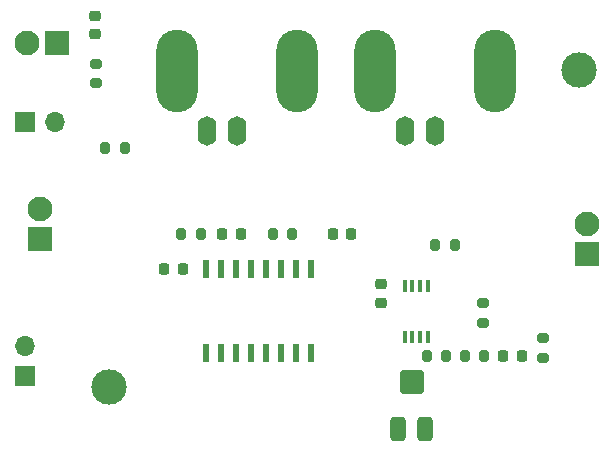
<source format=gbr>
%TF.GenerationSoftware,KiCad,Pcbnew,8.0.1*%
%TF.CreationDate,2024-06-13T00:26:55+02:00*%
%TF.ProjectId,CFT,4346542e-6b69-4636-9164-5f7063625858,rev?*%
%TF.SameCoordinates,PX52e4ef2PY60c692e*%
%TF.FileFunction,Soldermask,Top*%
%TF.FilePolarity,Negative*%
%FSLAX46Y46*%
G04 Gerber Fmt 4.6, Leading zero omitted, Abs format (unit mm)*
G04 Created by KiCad (PCBNEW 8.0.1) date 2024-06-13 00:26:55*
%MOMM*%
%LPD*%
G01*
G04 APERTURE LIST*
G04 Aperture macros list*
%AMRoundRect*
0 Rectangle with rounded corners*
0 $1 Rounding radius*
0 $2 $3 $4 $5 $6 $7 $8 $9 X,Y pos of 4 corners*
0 Add a 4 corners polygon primitive as box body*
4,1,4,$2,$3,$4,$5,$6,$7,$8,$9,$2,$3,0*
0 Add four circle primitives for the rounded corners*
1,1,$1+$1,$2,$3*
1,1,$1+$1,$4,$5*
1,1,$1+$1,$6,$7*
1,1,$1+$1,$8,$9*
0 Add four rect primitives between the rounded corners*
20,1,$1+$1,$2,$3,$4,$5,0*
20,1,$1+$1,$4,$5,$6,$7,0*
20,1,$1+$1,$6,$7,$8,$9,0*
20,1,$1+$1,$8,$9,$2,$3,0*%
G04 Aperture macros list end*
%ADD10RoundRect,0.200000X0.200000X0.275000X-0.200000X0.275000X-0.200000X-0.275000X0.200000X-0.275000X0*%
%ADD11RoundRect,0.200000X-0.200000X-0.275000X0.200000X-0.275000X0.200000X0.275000X-0.200000X0.275000X0*%
%ADD12RoundRect,0.200000X0.275000X-0.200000X0.275000X0.200000X-0.275000X0.200000X-0.275000X-0.200000X0*%
%ADD13RoundRect,0.225000X-0.250000X0.225000X-0.250000X-0.225000X0.250000X-0.225000X0.250000X0.225000X0*%
%ADD14R,0.600000X1.500000*%
%ADD15RoundRect,0.200000X-0.275000X0.200000X-0.275000X-0.200000X0.275000X-0.200000X0.275000X0.200000X0*%
%ADD16RoundRect,0.225000X-0.225000X-0.250000X0.225000X-0.250000X0.225000X0.250000X-0.225000X0.250000X0*%
%ADD17RoundRect,0.225000X0.225000X0.250000X-0.225000X0.250000X-0.225000X-0.250000X0.225000X-0.250000X0*%
%ADD18RoundRect,0.218750X0.256250X-0.218750X0.256250X0.218750X-0.256250X0.218750X-0.256250X-0.218750X0*%
%ADD19O,1.600000X2.500000*%
%ADD20O,3.500000X7.000000*%
%ADD21RoundRect,0.218750X0.218750X0.256250X-0.218750X0.256250X-0.218750X-0.256250X0.218750X-0.256250X0*%
%ADD22C,3.000000*%
%ADD23R,2.100000X2.100000*%
%ADD24C,2.100000*%
%ADD25R,0.400000X1.100000*%
%ADD26RoundRect,0.250000X0.400000X0.750000X-0.400000X0.750000X-0.400000X-0.750000X0.400000X-0.750000X0*%
%ADD27RoundRect,0.250000X0.750000X0.750000X-0.750000X0.750000X-0.750000X-0.750000X0.750000X-0.750000X0*%
%ADD28R,1.700000X1.700000*%
%ADD29O,1.700000X1.700000*%
G04 APERTURE END LIST*
D10*
%TO.C,R7*%
X44285000Y8140000D03*
X42635000Y8140000D03*
%TD*%
D11*
%TO.C,R4*%
X40110000Y17560000D03*
X41760000Y17560000D03*
%TD*%
D12*
%TO.C,R8*%
X49230000Y8010000D03*
X49230000Y9660000D03*
%TD*%
D11*
%TO.C,R1*%
X12185000Y25770000D03*
X13835000Y25770000D03*
%TD*%
D13*
%TO.C,C1*%
X35500000Y14220000D03*
X35500000Y12670000D03*
%TD*%
D14*
%TO.C,U2*%
X20745000Y8440000D03*
X22015000Y8440000D03*
X23285000Y8440000D03*
X24555000Y8440000D03*
X25825000Y8440000D03*
X27095000Y8440000D03*
X28365000Y8440000D03*
X29635000Y8440000D03*
X29635000Y15540000D03*
X28365000Y15540000D03*
X27095000Y15540000D03*
X25825000Y15540000D03*
X24555000Y15540000D03*
X23285000Y15540000D03*
X22015000Y15540000D03*
X20745000Y15540000D03*
%TD*%
D15*
%TO.C,R9*%
X11380000Y32895000D03*
X11380000Y31245000D03*
%TD*%
D16*
%TO.C,C2*%
X22105000Y18480000D03*
X23655000Y18480000D03*
%TD*%
D11*
%TO.C,R3*%
X26370000Y18470000D03*
X28020000Y18470000D03*
%TD*%
D17*
%TO.C,C3*%
X18740000Y15550000D03*
X17190000Y15550000D03*
%TD*%
D12*
%TO.C,R6*%
X44150000Y11000000D03*
X44150000Y12650000D03*
%TD*%
D18*
%TO.C,D2*%
X11350000Y35395000D03*
X11350000Y36970000D03*
%TD*%
D19*
%TO.C,J7*%
X40060000Y27220000D03*
D20*
X34980000Y32300000D03*
D19*
X37520000Y27220000D03*
D20*
X45140000Y32300000D03*
%TD*%
D16*
%TO.C,C4*%
X31440000Y18470000D03*
X32990000Y18470000D03*
%TD*%
D21*
%TO.C,D1*%
X47455000Y8150000D03*
X45880000Y8150000D03*
%TD*%
D19*
%TO.C,J3*%
X23350000Y27230000D03*
D20*
X18270000Y32310000D03*
D19*
X20810000Y27230000D03*
D20*
X28430000Y32310000D03*
%TD*%
D22*
%TO.C,H2*%
X52320000Y32370000D03*
%TD*%
%TO.C,H1*%
X12460000Y5510000D03*
%TD*%
D11*
%TO.C,R5*%
X39400000Y8140000D03*
X41050000Y8140000D03*
%TD*%
D23*
%TO.C,J1*%
X8100000Y34680000D03*
D24*
X5560000Y34680000D03*
%TD*%
D11*
%TO.C,R2*%
X18615000Y18480000D03*
X20265000Y18480000D03*
%TD*%
D25*
%TO.C,U1*%
X37525000Y9800000D03*
X38175000Y9800000D03*
X38825000Y9800000D03*
X39475000Y9800000D03*
X39475000Y14100000D03*
X38825000Y14100000D03*
X38175000Y14100000D03*
X37525000Y14100000D03*
%TD*%
D26*
%TO.C,RV1*%
X39280000Y1950000D03*
D27*
X38130000Y5950000D03*
D26*
X36980000Y1950000D03*
%TD*%
D23*
%TO.C,J4*%
X6630000Y18040000D03*
D24*
X6630000Y20580000D03*
%TD*%
D28*
%TO.C,J2*%
X5360000Y6450000D03*
D29*
X5360000Y8990000D03*
%TD*%
D28*
%TO.C,J5*%
X5390000Y27990000D03*
D29*
X7930000Y27990000D03*
%TD*%
D23*
%TO.C,J6*%
X52980000Y16790000D03*
D24*
X52980000Y19330000D03*
%TD*%
M02*

</source>
